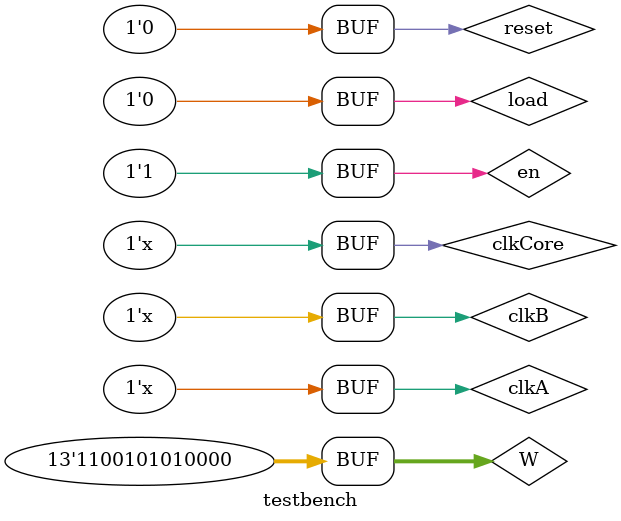
<source format=v>
`timescale 1 ps / 1 fs
module testbench ();

    reg clkCore, en, reset; 
    reg clkA, clkB;
    wire en_8MHz, en_1MHz;
    wire [4:0] c1, c2;
    
    reg [12:0] W = 13'd0002;
    wire [6:0] A_val, B_val;
    wire decoderDone;
    wire PWMreset, PWMset, signal;
    wire [6:0] cA, cB;
    reg load;   

    // Testing frequency for A(4MHz) and B(5MHz) 
    // parameter Ta = 250000;                                 
    // parameter Tb = 200000;

    //  Parameters in ps
    parameter T_core = 5000;                                 
    parameter Ta = 12500;
    parameter Tb = 12345.679;   



    initial begin
        clkCore = 1;
        clkA = 1;
        clkB = 1;
        reset = 1;
        en = 1;
        load = 1;

        #(T_core/2) begin
            // load tells the system that we wrote a new value, 
            // so load all parameters and enable decoder
            reset = 0; 
            load = 0;
        end

        #(2531*T_core/2) begin
            load = 1;
            W = 13'd6479;
        end
        #(3*T_core/2) load = 0;

        #(4531*T_core/2) begin
            load = 1;
            W = 13'd3000;
        end
        #(3*T_core/2) load = 0;

        #(2531*T_core/2) begin
            load = 1;
            W = 13'd0;
        end
        #(3*T_core/2) load = 0;

        #(3000*T_core/2) begin
            load = 1;
            W = 13'd1000;
        end
        #(3*T_core/2) load = 0;

        #(3000*T_core/2) begin
            load = 1;
            W = 13'd500;
        end
        #(3*T_core/2) load = 0;


        #(3000*T_core/2) begin
            load = 1;
            W = 13'd6480;
        end
        #(3*T_core/2) load = 0;



        end
       
    // Configure clk signals to invert 
    always #(T_core/2) clkCore = ~clkCore;                                 
    always #(Ta/2) clkA = ~clkA;
    always #(Tb/2) clkB = ~clkB; 


    top myTop ( .clk(clkCore), .reset(reset), .en(en), .load(load),
                .clkA(clkA), .clkB(clkB),
                .W(W),
                .PWMreset(PWMreset), .PWMset(PWMset), .signal(signal),
                .cA(cA), .cB(cB),

                .c1(c1), .c2(c2),
                .en_8MHz(en_8MHz), .en_1MHz(en_1MHz),
                .A_val(A_val), .B_val(B_val), 
                .decoderDone(decoderDone)
                );
    

    
//===================== Debugging use only, work example=====================
   
//    wire R1_condition;
//    wire [4:0] c1;
//    assign R1_condition = (c1==5'd24);
//    upwardCounter #(5) Counter25 (clk, reset, en, 5'd24, c1);
//    receiver R1 (clk, reset, R1_condition, Temp);

endmodule

</source>
